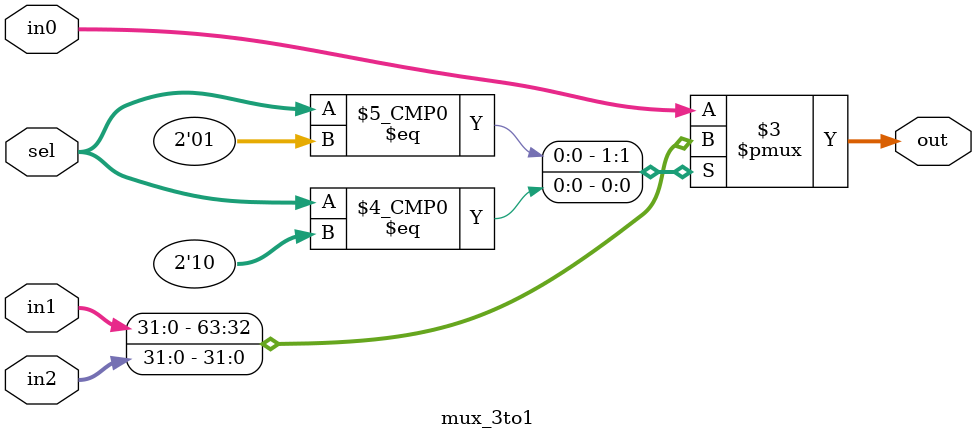
<source format=v>
module mux_3to1(in0, in1, in2, sel, out);
	parameter integer N = 32;

	input [N-1:0] in0, in1, in2;
	input [1:0] sel;
	output reg [N-1:0] out;


	always@ (sel or in0 or in1 or in2) begin
		case (sel)
			// 0 : out <= in0;
			2'b01 : out <= in1;
2'b10 : out <= in2;
			default : out <= in0;
		endcase
	end

endmodule


</source>
